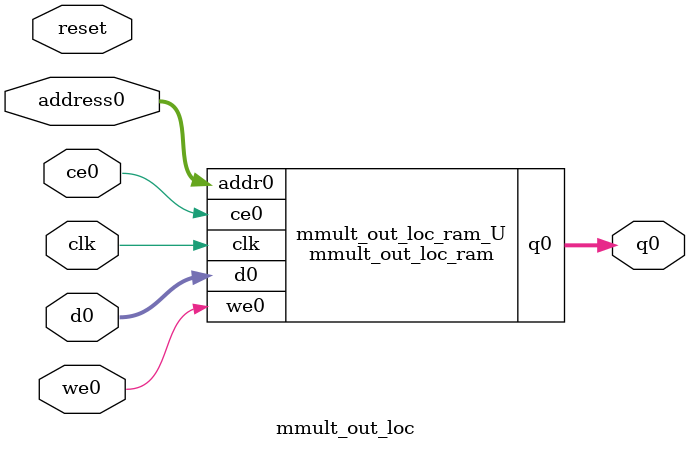
<source format=v>
`timescale 1 ns / 1 ps
module mmult_out_loc_ram (addr0, ce0, d0, we0, q0,  clk);

parameter DWIDTH = 32;
parameter AWIDTH = 12;
parameter MEM_SIZE = 4096;

input[AWIDTH-1:0] addr0;
input ce0;
input[DWIDTH-1:0] d0;
input we0;
output reg[DWIDTH-1:0] q0;
input clk;

(* ram_style = "block" *)reg [DWIDTH-1:0] ram[0:MEM_SIZE-1];




always @(posedge clk)  
begin 
    if (ce0) begin
        if (we0) 
            ram[addr0] <= d0; 
        q0 <= ram[addr0];
    end
end


endmodule

`timescale 1 ns / 1 ps
module mmult_out_loc(
    reset,
    clk,
    address0,
    ce0,
    we0,
    d0,
    q0);

parameter DataWidth = 32'd32;
parameter AddressRange = 32'd4096;
parameter AddressWidth = 32'd12;
input reset;
input clk;
input[AddressWidth - 1:0] address0;
input ce0;
input we0;
input[DataWidth - 1:0] d0;
output[DataWidth - 1:0] q0;



mmult_out_loc_ram mmult_out_loc_ram_U(
    .clk( clk ),
    .addr0( address0 ),
    .ce0( ce0 ),
    .we0( we0 ),
    .d0( d0 ),
    .q0( q0 ));

endmodule


</source>
